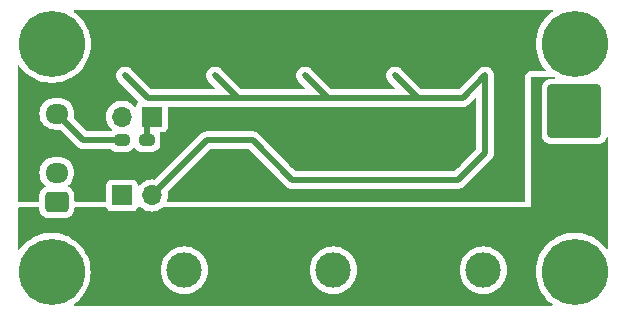
<source format=gbl>
G04 #@! TF.GenerationSoftware,KiCad,Pcbnew,7.0.9*
G04 #@! TF.CreationDate,2024-06-29T16:21:14+09:00*
G04 #@! TF.ProjectId,CAN_hab,43414e5f-6861-4622-9e6b-696361645f70,rev?*
G04 #@! TF.SameCoordinates,Original*
G04 #@! TF.FileFunction,Copper,L2,Bot*
G04 #@! TF.FilePolarity,Positive*
%FSLAX46Y46*%
G04 Gerber Fmt 4.6, Leading zero omitted, Abs format (unit mm)*
G04 Created by KiCad (PCBNEW 7.0.9) date 2024-06-29 16:21:14*
%MOMM*%
%LPD*%
G01*
G04 APERTURE LIST*
G04 Aperture macros list*
%AMRoundRect*
0 Rectangle with rounded corners*
0 $1 Rounding radius*
0 $2 $3 $4 $5 $6 $7 $8 $9 X,Y pos of 4 corners*
0 Add a 4 corners polygon primitive as box body*
4,1,4,$2,$3,$4,$5,$6,$7,$8,$9,$2,$3,0*
0 Add four circle primitives for the rounded corners*
1,1,$1+$1,$2,$3*
1,1,$1+$1,$4,$5*
1,1,$1+$1,$6,$7*
1,1,$1+$1,$8,$9*
0 Add four rect primitives between the rounded corners*
20,1,$1+$1,$2,$3,$4,$5,0*
20,1,$1+$1,$4,$5,$6,$7,0*
20,1,$1+$1,$6,$7,$8,$9,0*
20,1,$1+$1,$8,$9,$2,$3,0*%
G04 Aperture macros list end*
G04 #@! TA.AperFunction,ComponentPad*
%ADD10R,3.000000X3.000000*%
G04 #@! TD*
G04 #@! TA.AperFunction,ComponentPad*
%ADD11C,3.000000*%
G04 #@! TD*
G04 #@! TA.AperFunction,ComponentPad*
%ADD12C,1.000000*%
G04 #@! TD*
G04 #@! TA.AperFunction,ComponentPad*
%ADD13C,5.600000*%
G04 #@! TD*
G04 #@! TA.AperFunction,ComponentPad*
%ADD14R,1.700000X1.700000*%
G04 #@! TD*
G04 #@! TA.AperFunction,ComponentPad*
%ADD15O,1.700000X1.700000*%
G04 #@! TD*
G04 #@! TA.AperFunction,ComponentPad*
%ADD16RoundRect,0.250000X0.725000X-0.600000X0.725000X0.600000X-0.725000X0.600000X-0.725000X-0.600000X0*%
G04 #@! TD*
G04 #@! TA.AperFunction,ComponentPad*
%ADD17O,1.950000X1.700000*%
G04 #@! TD*
G04 #@! TA.AperFunction,SMDPad,CuDef*
%ADD18RoundRect,0.237500X-0.400000X-0.237500X0.400000X-0.237500X0.400000X0.237500X-0.400000X0.237500X0*%
G04 #@! TD*
G04 #@! TA.AperFunction,SMDPad,CuDef*
%ADD19RoundRect,0.225000X2.025000X-2.025000X2.025000X2.025000X-2.025000X2.025000X-2.025000X-2.025000X0*%
G04 #@! TD*
G04 #@! TA.AperFunction,ComponentPad*
%ADD20C,1.600000*%
G04 #@! TD*
G04 #@! TA.AperFunction,ViaPad*
%ADD21C,0.500000*%
G04 #@! TD*
G04 #@! TA.AperFunction,Conductor*
%ADD22C,0.500000*%
G04 #@! TD*
G04 APERTURE END LIST*
D10*
X164848000Y-109439000D03*
D11*
X169848000Y-109439000D03*
D10*
X152148000Y-109439000D03*
D11*
X157148000Y-109439000D03*
D12*
X131090000Y-109589000D03*
X131734370Y-108033370D03*
X131734370Y-111144630D03*
X133290000Y-107389000D03*
D13*
X133290000Y-109589000D03*
D12*
X133290000Y-111789000D03*
X134845630Y-108033370D03*
X134845630Y-111144630D03*
X135490000Y-109589000D03*
X175390000Y-90289000D03*
X176034370Y-88733370D03*
X176034370Y-91844630D03*
X177590000Y-88089000D03*
D13*
X177590000Y-90289000D03*
D12*
X177590000Y-92489000D03*
X179145630Y-88733370D03*
X179145630Y-91844630D03*
X179790000Y-90289000D03*
D10*
X139528000Y-109439000D03*
D11*
X144528000Y-109439000D03*
D14*
X139240000Y-103124000D03*
D15*
X141780000Y-103124000D03*
D16*
X133740000Y-103689000D03*
D17*
X133740000Y-101189000D03*
X133740000Y-98689000D03*
X133740000Y-96189000D03*
D12*
X175390000Y-109589000D03*
X176034370Y-108033370D03*
X176034370Y-111144630D03*
X177590000Y-107389000D03*
D13*
X177590000Y-109589000D03*
D12*
X177590000Y-111789000D03*
X179145630Y-108033370D03*
X179145630Y-111144630D03*
X179790000Y-109589000D03*
X131120000Y-90289000D03*
X131764370Y-88733370D03*
X131764370Y-91844630D03*
X133320000Y-88089000D03*
D13*
X133320000Y-90289000D03*
D12*
X133320000Y-92489000D03*
X134875630Y-88733370D03*
X134875630Y-91844630D03*
X135520000Y-90289000D03*
D14*
X141780000Y-96439000D03*
D15*
X139240000Y-96439000D03*
D18*
X139240000Y-98439000D03*
X141365000Y-98439000D03*
D19*
X177548000Y-96011000D03*
D20*
X177548000Y-96011000D03*
D19*
X177548000Y-102511000D03*
D20*
X177548000Y-102511000D03*
D21*
X153670000Y-101814000D03*
X170000000Y-92959000D03*
X147140000Y-92959000D03*
X160670000Y-101814000D03*
X148390000Y-98451000D03*
X139520000Y-92959000D03*
X162380000Y-92959000D03*
X154760000Y-92959000D03*
X167670000Y-101814000D03*
X167670000Y-100564000D03*
X160670000Y-100564000D03*
X153670000Y-100564000D03*
D22*
X148390000Y-98451000D02*
X150307000Y-98451000D01*
X150307000Y-98451000D02*
X153670000Y-101814000D01*
X146453000Y-98451000D02*
X148390000Y-98451000D01*
X141780000Y-103124000D02*
X146453000Y-98451000D01*
X164285000Y-94864000D02*
X156665000Y-94864000D01*
X139520000Y-92959000D02*
X141425000Y-94864000D01*
X170000000Y-92959000D02*
X168095000Y-94864000D01*
X170000000Y-99484000D02*
X170000000Y-92959000D01*
X167670000Y-101814000D02*
X170000000Y-99484000D01*
X147140000Y-92959000D02*
X149045000Y-94864000D01*
X139240000Y-98439000D02*
X135990000Y-98439000D01*
X156665000Y-94864000D02*
X149045000Y-94864000D01*
X168095000Y-94864000D02*
X164285000Y-94864000D01*
X135990000Y-98439000D02*
X133740000Y-96189000D01*
X162380000Y-92959000D02*
X164285000Y-94864000D01*
X154760000Y-92959000D02*
X156665000Y-94864000D01*
X167670000Y-101814000D02*
X160670000Y-101814000D01*
X160670000Y-101814000D02*
X153670000Y-101814000D01*
X149045000Y-94864000D02*
X141425000Y-94864000D01*
X141780000Y-96439000D02*
X141365000Y-96854000D01*
X141365000Y-96854000D02*
X141365000Y-98439000D01*
G04 #@! TA.AperFunction,Conductor*
G36*
X175712593Y-87456813D02*
G01*
X175737903Y-87500650D01*
X175729113Y-87550500D01*
X175709811Y-87572409D01*
X175651320Y-87616873D01*
X175450170Y-87769782D01*
X175190333Y-88015913D01*
X174958636Y-88288687D01*
X174757789Y-88584913D01*
X174590151Y-88901110D01*
X174590144Y-88901127D01*
X174457681Y-89233581D01*
X174457675Y-89233601D01*
X174361927Y-89578454D01*
X174304027Y-89931634D01*
X174304026Y-89931638D01*
X174284652Y-90288990D01*
X174284652Y-90289009D01*
X174304026Y-90646361D01*
X174304027Y-90646365D01*
X174361927Y-90999545D01*
X174361929Y-90999552D01*
X174457676Y-91344403D01*
X174457678Y-91344408D01*
X174457681Y-91344418D01*
X174590144Y-91676872D01*
X174590151Y-91676889D01*
X174757789Y-91993086D01*
X174855643Y-92137409D01*
X174958635Y-92289311D01*
X175106672Y-92463594D01*
X175124271Y-92511054D01*
X175107245Y-92558724D01*
X175063560Y-92584297D01*
X175050272Y-92585500D01*
X173925972Y-92585500D01*
X173903938Y-92586462D01*
X173880108Y-92588546D01*
X173880103Y-92588546D01*
X173880102Y-92588547D01*
X173804968Y-92600875D01*
X173804966Y-92600875D01*
X173804964Y-92600876D01*
X173804963Y-92600876D01*
X173671396Y-92654350D01*
X173670132Y-92655080D01*
X173627558Y-92679661D01*
X173627549Y-92679666D01*
X173627542Y-92679671D01*
X173627541Y-92679671D01*
X173574185Y-92715169D01*
X173574178Y-92715175D01*
X173473251Y-92817715D01*
X173473247Y-92817720D01*
X173405305Y-92944525D01*
X173405302Y-92944532D01*
X173387987Y-92992105D01*
X173377976Y-93022583D01*
X173357500Y-93164995D01*
X173357500Y-103560500D01*
X173340187Y-103608066D01*
X173296350Y-103633376D01*
X173283500Y-103634500D01*
X143137791Y-103634500D01*
X143090225Y-103617187D01*
X143064915Y-103573350D01*
X143066313Y-103541347D01*
X143115062Y-103359412D01*
X143115063Y-103359405D01*
X143135659Y-103124004D01*
X143135659Y-103123995D01*
X143121645Y-102963831D01*
X143115063Y-102888592D01*
X143115062Y-102888590D01*
X143114990Y-102887760D01*
X143128091Y-102838866D01*
X143136376Y-102828990D01*
X146742194Y-99223174D01*
X146788070Y-99201782D01*
X146794520Y-99201500D01*
X148302279Y-99201500D01*
X148345770Y-99201500D01*
X148349916Y-99201733D01*
X148362165Y-99203112D01*
X148390000Y-99206249D01*
X148417834Y-99203112D01*
X148430084Y-99201733D01*
X148434230Y-99201500D01*
X149965480Y-99201500D01*
X150013046Y-99218813D01*
X150017806Y-99223174D01*
X153079523Y-102284890D01*
X153096844Y-102302211D01*
X153103874Y-102310346D01*
X153120390Y-102332530D01*
X153161254Y-102366819D01*
X153163623Y-102368990D01*
X153199110Y-102404477D01*
X153224915Y-102420691D01*
X153229017Y-102423680D01*
X153243265Y-102435635D01*
X153254786Y-102445302D01*
X153257906Y-102446869D01*
X153270590Y-102454950D01*
X153273323Y-102457111D01*
X153308273Y-102473408D01*
X153312322Y-102475612D01*
X153342310Y-102494456D01*
X153342313Y-102494457D01*
X153374186Y-102505610D01*
X153378575Y-102507471D01*
X153389811Y-102513114D01*
X153411567Y-102524040D01*
X153414956Y-102524843D01*
X153429166Y-102529782D01*
X153432327Y-102531256D01*
X153466883Y-102538390D01*
X153471614Y-102539700D01*
X153501941Y-102550313D01*
X153538764Y-102554461D01*
X153543155Y-102555227D01*
X153582279Y-102564500D01*
X153585770Y-102564500D01*
X153600733Y-102566028D01*
X153604144Y-102566733D01*
X153636119Y-102565802D01*
X153641340Y-102566020D01*
X153652840Y-102567315D01*
X153670000Y-102569249D01*
X153700593Y-102565802D01*
X153710084Y-102564733D01*
X153714230Y-102564500D01*
X160582279Y-102564500D01*
X160625770Y-102564500D01*
X160629916Y-102564733D01*
X160639407Y-102565802D01*
X160670000Y-102569249D01*
X160700593Y-102565802D01*
X160710084Y-102564733D01*
X160714230Y-102564500D01*
X167609937Y-102564500D01*
X167620660Y-102565280D01*
X167648023Y-102569289D01*
X167653220Y-102568834D01*
X167667949Y-102569017D01*
X167670000Y-102569249D01*
X167709504Y-102564797D01*
X167711495Y-102564628D01*
X167713692Y-102564500D01*
X167713709Y-102564500D01*
X167746275Y-102560693D01*
X167822792Y-102554000D01*
X167822794Y-102553999D01*
X167822797Y-102553999D01*
X167823837Y-102553654D01*
X167824454Y-102553450D01*
X167834023Y-102551349D01*
X167833999Y-102551240D01*
X167839225Y-102550047D01*
X167843171Y-102549367D01*
X167844255Y-102549241D01*
X167916423Y-102522974D01*
X167970461Y-102505067D01*
X167989326Y-102498817D01*
X167989327Y-102498816D01*
X167989334Y-102498814D01*
X167990172Y-102498296D01*
X167993539Y-102496454D01*
X167997685Y-102494457D01*
X167997690Y-102494456D01*
X167997694Y-102494453D01*
X168001446Y-102492647D01*
X168001580Y-102492925D01*
X168009114Y-102489238D01*
X168009113Y-102489238D01*
X168009117Y-102489237D01*
X168073283Y-102447034D01*
X168138656Y-102406712D01*
X168141123Y-102404243D01*
X168152787Y-102394743D01*
X168155696Y-102392830D01*
X168208386Y-102336981D01*
X170488217Y-100057148D01*
X170496337Y-100050131D01*
X170518530Y-100033610D01*
X170552815Y-99992750D01*
X170554988Y-99990377D01*
X170561591Y-99983776D01*
X170581930Y-99958052D01*
X170631302Y-99899214D01*
X170632871Y-99896089D01*
X170640949Y-99883409D01*
X170643111Y-99880677D01*
X170675572Y-99811063D01*
X170710040Y-99742433D01*
X170710841Y-99739048D01*
X170715788Y-99724821D01*
X170717258Y-99721669D01*
X170717258Y-99721667D01*
X170732790Y-99646441D01*
X170750500Y-99571720D01*
X170750500Y-99568234D01*
X170752029Y-99553267D01*
X170752734Y-99549855D01*
X170750500Y-99473082D01*
X170750500Y-93043235D01*
X170752029Y-93028268D01*
X170752734Y-93024856D01*
X170751803Y-92992873D01*
X170752021Y-92987651D01*
X170753041Y-92978591D01*
X170755249Y-92959000D01*
X170750797Y-92919489D01*
X170750629Y-92917519D01*
X170750500Y-92915316D01*
X170750500Y-92915291D01*
X170749415Y-92906020D01*
X170749182Y-92902811D01*
X170749083Y-92899395D01*
X170747631Y-92849487D01*
X170740918Y-92824436D01*
X170738862Y-92813569D01*
X170737579Y-92802180D01*
X170736313Y-92790941D01*
X170736308Y-92790927D01*
X170736048Y-92789786D01*
X170735368Y-92785840D01*
X170735241Y-92784745D01*
X170716993Y-92734609D01*
X170716032Y-92731562D01*
X170702223Y-92680024D01*
X170691548Y-92660227D01*
X170686838Y-92649550D01*
X170680457Y-92631313D01*
X170678653Y-92627567D01*
X170678931Y-92627433D01*
X170675241Y-92619894D01*
X170675237Y-92619883D01*
X170645924Y-92575316D01*
X170644278Y-92572558D01*
X170618959Y-92525600D01*
X170618956Y-92525597D01*
X170618956Y-92525596D01*
X170613800Y-92519803D01*
X170606296Y-92511371D01*
X170598927Y-92501558D01*
X170590477Y-92488110D01*
X170590242Y-92487875D01*
X170580744Y-92476214D01*
X170578829Y-92473302D01*
X170540036Y-92436703D01*
X170537786Y-92434387D01*
X170502330Y-92394545D01*
X170502328Y-92394543D01*
X170502326Y-92394541D01*
X170495350Y-92389656D01*
X170489555Y-92385598D01*
X170479677Y-92377310D01*
X170470890Y-92368523D01*
X170467678Y-92366505D01*
X170456272Y-92357676D01*
X170451221Y-92352910D01*
X170451218Y-92352908D01*
X170437736Y-92345124D01*
X170405024Y-92326237D01*
X170402301Y-92324503D01*
X170358610Y-92293910D01*
X170347333Y-92289430D01*
X170335289Y-92283318D01*
X170327694Y-92278545D01*
X170327685Y-92278541D01*
X170320845Y-92276148D01*
X170308292Y-92270390D01*
X170299282Y-92265188D01*
X170299278Y-92265187D01*
X170248186Y-92249890D01*
X170245137Y-92248830D01*
X170195565Y-92229137D01*
X170195567Y-92229137D01*
X170186978Y-92227879D01*
X170173274Y-92224511D01*
X170168058Y-92222686D01*
X170157426Y-92221488D01*
X170144495Y-92218846D01*
X170131216Y-92214871D01*
X170131212Y-92214870D01*
X170077955Y-92211767D01*
X170074745Y-92211439D01*
X170025083Y-92204166D01*
X170021977Y-92203711D01*
X170021976Y-92203711D01*
X170016766Y-92204166D01*
X170002057Y-92203982D01*
X170000004Y-92203751D01*
X169999996Y-92203751D01*
X169985932Y-92205335D01*
X169973351Y-92205675D01*
X169956067Y-92204669D01*
X169956061Y-92204669D01*
X169903532Y-92213930D01*
X169900332Y-92214352D01*
X169847209Y-92218999D01*
X169847198Y-92219002D01*
X169845530Y-92219555D01*
X169835967Y-92221654D01*
X169835992Y-92221762D01*
X169831942Y-92222686D01*
X169815317Y-92228503D01*
X169803733Y-92231529D01*
X169783291Y-92235134D01*
X169734321Y-92256257D01*
X169731304Y-92257405D01*
X169680669Y-92274184D01*
X169680659Y-92274188D01*
X169679825Y-92274703D01*
X169676465Y-92276542D01*
X169672312Y-92278542D01*
X169654479Y-92289746D01*
X169644428Y-92295031D01*
X169622196Y-92304622D01*
X169622190Y-92304625D01*
X169579418Y-92336469D01*
X169576747Y-92338282D01*
X169531342Y-92366290D01*
X169511783Y-92385847D01*
X169503653Y-92392873D01*
X169481471Y-92409387D01*
X169447184Y-92450247D01*
X169445003Y-92452627D01*
X167805806Y-94091826D01*
X167759930Y-94113218D01*
X167753480Y-94113500D01*
X164626519Y-94113500D01*
X164578953Y-94096187D01*
X164574193Y-94091826D01*
X162878329Y-92395961D01*
X162859677Y-92377310D01*
X162850890Y-92368523D01*
X162815333Y-92346181D01*
X162812080Y-92343882D01*
X162776679Y-92315890D01*
X162763182Y-92309596D01*
X162741718Y-92299586D01*
X162737674Y-92297384D01*
X162707689Y-92278543D01*
X162675983Y-92267449D01*
X162664971Y-92263595D01*
X162661559Y-92262207D01*
X162632871Y-92248830D01*
X162617673Y-92241743D01*
X162617671Y-92241742D01*
X162617670Y-92241742D01*
X162617667Y-92241741D01*
X162593986Y-92236852D01*
X162583111Y-92234606D01*
X162578372Y-92233294D01*
X162548066Y-92222689D01*
X162548060Y-92222687D01*
X162548059Y-92222687D01*
X162548058Y-92222686D01*
X162548051Y-92222685D01*
X162499822Y-92217251D01*
X162496482Y-92216719D01*
X162445862Y-92206266D01*
X162445853Y-92206266D01*
X162413873Y-92207195D01*
X162408652Y-92206978D01*
X162380002Y-92203751D01*
X162380000Y-92203751D01*
X162328507Y-92209552D01*
X162325440Y-92209769D01*
X162270486Y-92211369D01*
X162270485Y-92211369D01*
X162245436Y-92218081D01*
X162234573Y-92220136D01*
X162211948Y-92222686D01*
X162211944Y-92222686D01*
X162211941Y-92222687D01*
X162211939Y-92222687D01*
X162211937Y-92222688D01*
X162159924Y-92240888D01*
X162157279Y-92241703D01*
X162101020Y-92256778D01*
X162081229Y-92267449D01*
X162070555Y-92272159D01*
X162052312Y-92278543D01*
X162052305Y-92278546D01*
X162002889Y-92309596D01*
X162000764Y-92310835D01*
X161946601Y-92340039D01*
X161932369Y-92352704D01*
X161922554Y-92360074D01*
X161909115Y-92368519D01*
X161909109Y-92368523D01*
X161865531Y-92412101D01*
X161863967Y-92413577D01*
X161815540Y-92456674D01*
X161806596Y-92469447D01*
X161798310Y-92479322D01*
X161789527Y-92488105D01*
X161789523Y-92488110D01*
X161754977Y-92543085D01*
X161753958Y-92544620D01*
X161714912Y-92600387D01*
X161710431Y-92611666D01*
X161704322Y-92623705D01*
X161699544Y-92631309D01*
X161699542Y-92631313D01*
X161676764Y-92696410D01*
X161650138Y-92763432D01*
X161648881Y-92772015D01*
X161645511Y-92785725D01*
X161643688Y-92790934D01*
X161643687Y-92790940D01*
X161643687Y-92790941D01*
X161640516Y-92819081D01*
X161635614Y-92862583D01*
X161624711Y-92937021D01*
X161624711Y-92937034D01*
X161625165Y-92942231D01*
X161624982Y-92956939D01*
X161624751Y-92958993D01*
X161624751Y-92958999D01*
X161633171Y-93033736D01*
X161640000Y-93111793D01*
X161640001Y-93111802D01*
X161640555Y-93113472D01*
X161642655Y-93123034D01*
X161642762Y-93123010D01*
X161643686Y-93127057D01*
X161643687Y-93127059D01*
X161669561Y-93201003D01*
X161695186Y-93278334D01*
X161695699Y-93279165D01*
X161697547Y-93282541D01*
X161699546Y-93286694D01*
X161742871Y-93355644D01*
X161787288Y-93427656D01*
X161787291Y-93427659D01*
X162346806Y-93987174D01*
X162368198Y-94033050D01*
X162355097Y-94081945D01*
X162313633Y-94110979D01*
X162294480Y-94113500D01*
X157006519Y-94113500D01*
X156958953Y-94096187D01*
X156954193Y-94091826D01*
X155258329Y-92395961D01*
X155239677Y-92377310D01*
X155230890Y-92368523D01*
X155195333Y-92346181D01*
X155192080Y-92343882D01*
X155156679Y-92315890D01*
X155143182Y-92309596D01*
X155121718Y-92299586D01*
X155117674Y-92297384D01*
X155087689Y-92278543D01*
X155055983Y-92267449D01*
X155044971Y-92263595D01*
X155041559Y-92262207D01*
X155012871Y-92248830D01*
X154997673Y-92241743D01*
X154997671Y-92241742D01*
X154997670Y-92241742D01*
X154997667Y-92241741D01*
X154973986Y-92236852D01*
X154963111Y-92234606D01*
X154958372Y-92233294D01*
X154928066Y-92222689D01*
X154928060Y-92222687D01*
X154928059Y-92222687D01*
X154928058Y-92222686D01*
X154928051Y-92222685D01*
X154879822Y-92217251D01*
X154876482Y-92216719D01*
X154825862Y-92206266D01*
X154825853Y-92206266D01*
X154793873Y-92207195D01*
X154788652Y-92206978D01*
X154760002Y-92203751D01*
X154760000Y-92203751D01*
X154708507Y-92209552D01*
X154705440Y-92209769D01*
X154650486Y-92211369D01*
X154650485Y-92211369D01*
X154625436Y-92218081D01*
X154614573Y-92220136D01*
X154591948Y-92222686D01*
X154591944Y-92222686D01*
X154591941Y-92222687D01*
X154591939Y-92222687D01*
X154591937Y-92222688D01*
X154539924Y-92240888D01*
X154537279Y-92241703D01*
X154481020Y-92256778D01*
X154461229Y-92267449D01*
X154450555Y-92272159D01*
X154432312Y-92278543D01*
X154432305Y-92278546D01*
X154382889Y-92309596D01*
X154380764Y-92310835D01*
X154326601Y-92340039D01*
X154312369Y-92352704D01*
X154302554Y-92360074D01*
X154289115Y-92368519D01*
X154289109Y-92368523D01*
X154245531Y-92412101D01*
X154243967Y-92413577D01*
X154195540Y-92456674D01*
X154186596Y-92469447D01*
X154178310Y-92479322D01*
X154169527Y-92488105D01*
X154169523Y-92488110D01*
X154134977Y-92543085D01*
X154133958Y-92544620D01*
X154094912Y-92600387D01*
X154090431Y-92611666D01*
X154084322Y-92623705D01*
X154079544Y-92631309D01*
X154079542Y-92631313D01*
X154056764Y-92696410D01*
X154030138Y-92763432D01*
X154028881Y-92772015D01*
X154025511Y-92785725D01*
X154023688Y-92790934D01*
X154023687Y-92790940D01*
X154023687Y-92790941D01*
X154020516Y-92819081D01*
X154015614Y-92862583D01*
X154004711Y-92937021D01*
X154004711Y-92937034D01*
X154005165Y-92942231D01*
X154004982Y-92956939D01*
X154004751Y-92958993D01*
X154004751Y-92958999D01*
X154013171Y-93033736D01*
X154020000Y-93111793D01*
X154020001Y-93111802D01*
X154020555Y-93113472D01*
X154022655Y-93123034D01*
X154022762Y-93123010D01*
X154023686Y-93127057D01*
X154023687Y-93127059D01*
X154049561Y-93201003D01*
X154075186Y-93278334D01*
X154075699Y-93279165D01*
X154077547Y-93282541D01*
X154079546Y-93286694D01*
X154122871Y-93355644D01*
X154167288Y-93427656D01*
X154167291Y-93427659D01*
X154726806Y-93987174D01*
X154748198Y-94033050D01*
X154735097Y-94081945D01*
X154693633Y-94110979D01*
X154674480Y-94113500D01*
X149386519Y-94113500D01*
X149338953Y-94096187D01*
X149334193Y-94091826D01*
X147638329Y-92395961D01*
X147619677Y-92377310D01*
X147610890Y-92368523D01*
X147575333Y-92346181D01*
X147572080Y-92343882D01*
X147536679Y-92315890D01*
X147523182Y-92309596D01*
X147501718Y-92299586D01*
X147497674Y-92297384D01*
X147467689Y-92278543D01*
X147435983Y-92267449D01*
X147424971Y-92263595D01*
X147421559Y-92262207D01*
X147392871Y-92248830D01*
X147377673Y-92241743D01*
X147377671Y-92241742D01*
X147377670Y-92241742D01*
X147377667Y-92241741D01*
X147353986Y-92236852D01*
X147343111Y-92234606D01*
X147338372Y-92233294D01*
X147308066Y-92222689D01*
X147308060Y-92222687D01*
X147308059Y-92222687D01*
X147308058Y-92222686D01*
X147308051Y-92222685D01*
X147259822Y-92217251D01*
X147256482Y-92216719D01*
X147205862Y-92206266D01*
X147205853Y-92206266D01*
X147173873Y-92207195D01*
X147168652Y-92206978D01*
X147140002Y-92203751D01*
X147140000Y-92203751D01*
X147088507Y-92209552D01*
X147085440Y-92209769D01*
X147030486Y-92211369D01*
X147030485Y-92211369D01*
X147005436Y-92218081D01*
X146994573Y-92220136D01*
X146971948Y-92222686D01*
X146971944Y-92222686D01*
X146971941Y-92222687D01*
X146971939Y-92222687D01*
X146971937Y-92222688D01*
X146919924Y-92240888D01*
X146917279Y-92241703D01*
X146861020Y-92256778D01*
X146841229Y-92267449D01*
X146830555Y-92272159D01*
X146812312Y-92278543D01*
X146812305Y-92278546D01*
X146762889Y-92309596D01*
X146760764Y-92310835D01*
X146706601Y-92340039D01*
X146692369Y-92352704D01*
X146682554Y-92360074D01*
X146669115Y-92368519D01*
X146669109Y-92368523D01*
X146625531Y-92412101D01*
X146623967Y-92413577D01*
X146575540Y-92456674D01*
X146566596Y-92469447D01*
X146558310Y-92479322D01*
X146549527Y-92488105D01*
X146549523Y-92488110D01*
X146514977Y-92543085D01*
X146513958Y-92544620D01*
X146474912Y-92600387D01*
X146470431Y-92611666D01*
X146464322Y-92623705D01*
X146459544Y-92631309D01*
X146459542Y-92631313D01*
X146436764Y-92696410D01*
X146410138Y-92763432D01*
X146408881Y-92772015D01*
X146405511Y-92785725D01*
X146403688Y-92790934D01*
X146403687Y-92790940D01*
X146403687Y-92790941D01*
X146400516Y-92819081D01*
X146395614Y-92862583D01*
X146384711Y-92937021D01*
X146384711Y-92937034D01*
X146385165Y-92942231D01*
X146384982Y-92956939D01*
X146384751Y-92958993D01*
X146384751Y-92958999D01*
X146393171Y-93033736D01*
X146400000Y-93111793D01*
X146400001Y-93111802D01*
X146400555Y-93113472D01*
X146402655Y-93123034D01*
X146402762Y-93123010D01*
X146403686Y-93127057D01*
X146403687Y-93127059D01*
X146429561Y-93201003D01*
X146455186Y-93278334D01*
X146455699Y-93279165D01*
X146457547Y-93282541D01*
X146459546Y-93286694D01*
X146502871Y-93355644D01*
X146547288Y-93427656D01*
X146547291Y-93427659D01*
X147106806Y-93987174D01*
X147128198Y-94033050D01*
X147115097Y-94081945D01*
X147073633Y-94110979D01*
X147054480Y-94113500D01*
X141766519Y-94113500D01*
X141718953Y-94096187D01*
X141714193Y-94091826D01*
X140018329Y-92395961D01*
X139999677Y-92377310D01*
X139990890Y-92368523D01*
X139955333Y-92346181D01*
X139952080Y-92343882D01*
X139916679Y-92315890D01*
X139903182Y-92309596D01*
X139881718Y-92299586D01*
X139877674Y-92297384D01*
X139847689Y-92278543D01*
X139815983Y-92267449D01*
X139804971Y-92263595D01*
X139801559Y-92262207D01*
X139772871Y-92248830D01*
X139757673Y-92241743D01*
X139757671Y-92241742D01*
X139757670Y-92241742D01*
X139757667Y-92241741D01*
X139733986Y-92236852D01*
X139723111Y-92234606D01*
X139718372Y-92233294D01*
X139688066Y-92222689D01*
X139688060Y-92222687D01*
X139688059Y-92222687D01*
X139688058Y-92222686D01*
X139688051Y-92222685D01*
X139639822Y-92217251D01*
X139636482Y-92216719D01*
X139585862Y-92206266D01*
X139585853Y-92206266D01*
X139553873Y-92207195D01*
X139548652Y-92206978D01*
X139520002Y-92203751D01*
X139520000Y-92203751D01*
X139468507Y-92209552D01*
X139465440Y-92209769D01*
X139410486Y-92211369D01*
X139410485Y-92211369D01*
X139385436Y-92218081D01*
X139374573Y-92220136D01*
X139351948Y-92222686D01*
X139351944Y-92222686D01*
X139351941Y-92222687D01*
X139351939Y-92222687D01*
X139351937Y-92222688D01*
X139299924Y-92240888D01*
X139297279Y-92241703D01*
X139241020Y-92256778D01*
X139221229Y-92267449D01*
X139210555Y-92272159D01*
X139192312Y-92278543D01*
X139192305Y-92278546D01*
X139142889Y-92309596D01*
X139140764Y-92310835D01*
X139086601Y-92340039D01*
X139072369Y-92352704D01*
X139062554Y-92360074D01*
X139049115Y-92368519D01*
X139049109Y-92368523D01*
X139005531Y-92412101D01*
X139003967Y-92413577D01*
X138955540Y-92456674D01*
X138946596Y-92469447D01*
X138938310Y-92479322D01*
X138929527Y-92488105D01*
X138929523Y-92488110D01*
X138894977Y-92543085D01*
X138893958Y-92544620D01*
X138854912Y-92600387D01*
X138850431Y-92611666D01*
X138844322Y-92623705D01*
X138839544Y-92631309D01*
X138839542Y-92631313D01*
X138816764Y-92696410D01*
X138790138Y-92763432D01*
X138788881Y-92772015D01*
X138785511Y-92785725D01*
X138783688Y-92790934D01*
X138783687Y-92790940D01*
X138783687Y-92790941D01*
X138780516Y-92819081D01*
X138775614Y-92862583D01*
X138764711Y-92937021D01*
X138764711Y-92937034D01*
X138765165Y-92942231D01*
X138764982Y-92956939D01*
X138764751Y-92958993D01*
X138764751Y-92958999D01*
X138773171Y-93033736D01*
X138780000Y-93111793D01*
X138780001Y-93111802D01*
X138780555Y-93113472D01*
X138782655Y-93123034D01*
X138782762Y-93123010D01*
X138783686Y-93127057D01*
X138783687Y-93127059D01*
X138809561Y-93201003D01*
X138835186Y-93278334D01*
X138835699Y-93279165D01*
X138837547Y-93282541D01*
X138839546Y-93286694D01*
X138882871Y-93355644D01*
X138927288Y-93427656D01*
X138927291Y-93427659D01*
X140602786Y-95103154D01*
X140624178Y-95149030D01*
X140611077Y-95197925D01*
X140594808Y-95214719D01*
X140572454Y-95231453D01*
X140486203Y-95346669D01*
X140486202Y-95346670D01*
X140435910Y-95481512D01*
X140435909Y-95481517D01*
X140429500Y-95541126D01*
X140429500Y-95548558D01*
X140412187Y-95596124D01*
X140368350Y-95621434D01*
X140318500Y-95612644D01*
X140294883Y-95591004D01*
X140278495Y-95567599D01*
X140111401Y-95400505D01*
X140111398Y-95400503D01*
X140111399Y-95400503D01*
X139993003Y-95317602D01*
X139917830Y-95264965D01*
X139703663Y-95165097D01*
X139475408Y-95103937D01*
X139475406Y-95103936D01*
X139475403Y-95103936D01*
X139240004Y-95083341D01*
X139239996Y-95083341D01*
X139004596Y-95103936D01*
X139004592Y-95103936D01*
X139004592Y-95103937D01*
X138776337Y-95165097D01*
X138776336Y-95165097D01*
X138776334Y-95165098D01*
X138776333Y-95165099D01*
X138562167Y-95264967D01*
X138368602Y-95400502D01*
X138368599Y-95400504D01*
X138201504Y-95567599D01*
X138201502Y-95567602D01*
X138065967Y-95761167D01*
X137966099Y-95975333D01*
X137966098Y-95975334D01*
X137904936Y-96203596D01*
X137884341Y-96438995D01*
X137884341Y-96439004D01*
X137904936Y-96674403D01*
X137904936Y-96674406D01*
X137904937Y-96674408D01*
X137966097Y-96902663D01*
X138065965Y-97116830D01*
X138201505Y-97310401D01*
X138368599Y-97477495D01*
X138388562Y-97491473D01*
X138417596Y-97532937D01*
X138413184Y-97583364D01*
X138384966Y-97615072D01*
X138379151Y-97618658D01*
X138330984Y-97666826D01*
X138285108Y-97688218D01*
X138278658Y-97688500D01*
X136331519Y-97688500D01*
X136283953Y-97671187D01*
X136279193Y-97666826D01*
X135195766Y-96583399D01*
X135174374Y-96537523D01*
X135176614Y-96511920D01*
X135200062Y-96424411D01*
X135200063Y-96424408D01*
X135219382Y-96203596D01*
X135220659Y-96189004D01*
X135220659Y-96188995D01*
X135200063Y-95953596D01*
X135200063Y-95953592D01*
X135138903Y-95725337D01*
X135039035Y-95511171D01*
X134903495Y-95317599D01*
X134736401Y-95150505D01*
X134734294Y-95149030D01*
X134542832Y-95014967D01*
X134542831Y-95014966D01*
X134542829Y-95014965D01*
X134328663Y-94915097D01*
X134100408Y-94853937D01*
X134100406Y-94853936D01*
X134100403Y-94853936D01*
X133965824Y-94842162D01*
X133923966Y-94838500D01*
X133556034Y-94838500D01*
X133518614Y-94841773D01*
X133379596Y-94853936D01*
X133379592Y-94853936D01*
X133379592Y-94853937D01*
X133151337Y-94915097D01*
X133151336Y-94915097D01*
X133151334Y-94915098D01*
X133151333Y-94915098D01*
X133077520Y-94949519D01*
X132937167Y-95014967D01*
X132743602Y-95150502D01*
X132743599Y-95150504D01*
X132576503Y-95317601D01*
X132488821Y-95442824D01*
X132440965Y-95511170D01*
X132341097Y-95725337D01*
X132322609Y-95794335D01*
X132279936Y-95953596D01*
X132259341Y-96188995D01*
X132259341Y-96189004D01*
X132279936Y-96424403D01*
X132279937Y-96424405D01*
X132279937Y-96424408D01*
X132341097Y-96652663D01*
X132440965Y-96866829D01*
X132440966Y-96866831D01*
X132440967Y-96866832D01*
X132466057Y-96902665D01*
X132576505Y-97060401D01*
X132743599Y-97227495D01*
X132937171Y-97363035D01*
X133151337Y-97462903D01*
X133379592Y-97524063D01*
X133556034Y-97539500D01*
X133556036Y-97539500D01*
X133923964Y-97539500D01*
X133923966Y-97539500D01*
X133986295Y-97534046D01*
X134035187Y-97547146D01*
X134045070Y-97555438D01*
X135416844Y-98927211D01*
X135423874Y-98935346D01*
X135440387Y-98957526D01*
X135440391Y-98957531D01*
X135481242Y-98991809D01*
X135483621Y-98993989D01*
X135486921Y-98997288D01*
X135490224Y-99000591D01*
X135490228Y-99000594D01*
X135490229Y-99000595D01*
X135515947Y-99020930D01*
X135574783Y-99070300D01*
X135574784Y-99070300D01*
X135574786Y-99070302D01*
X135577906Y-99071869D01*
X135590589Y-99079949D01*
X135593323Y-99082111D01*
X135662936Y-99114572D01*
X135731567Y-99149040D01*
X135734945Y-99149840D01*
X135749165Y-99154782D01*
X135752328Y-99156257D01*
X135827558Y-99171790D01*
X135902279Y-99189500D01*
X135905766Y-99189500D01*
X135920728Y-99191028D01*
X135924145Y-99191734D01*
X136000918Y-99189500D01*
X138278658Y-99189500D01*
X138326224Y-99206813D01*
X138330984Y-99211174D01*
X138379150Y-99259340D01*
X138525984Y-99349908D01*
X138689747Y-99404174D01*
X138790823Y-99414500D01*
X139689176Y-99414499D01*
X139790253Y-99404174D01*
X139954016Y-99349908D01*
X140100850Y-99259340D01*
X140222840Y-99137350D01*
X140239518Y-99110309D01*
X140279223Y-99078915D01*
X140329821Y-99080387D01*
X140365481Y-99110309D01*
X140382160Y-99137350D01*
X140504150Y-99259340D01*
X140650984Y-99349908D01*
X140814747Y-99404174D01*
X140915823Y-99414500D01*
X141814176Y-99414499D01*
X141915253Y-99404174D01*
X142079016Y-99349908D01*
X142225850Y-99259340D01*
X142347840Y-99137350D01*
X142438408Y-98990516D01*
X142492674Y-98826753D01*
X142503000Y-98725677D01*
X142502999Y-98152324D01*
X142492674Y-98051247D01*
X142438408Y-97887484D01*
X142438407Y-97887482D01*
X142438173Y-97886776D01*
X142439645Y-97836178D01*
X142473296Y-97798364D01*
X142508417Y-97789499D01*
X142677872Y-97789499D01*
X142737483Y-97783091D01*
X142847587Y-97742025D01*
X142872329Y-97732797D01*
X142872329Y-97732796D01*
X142872331Y-97732796D01*
X142987546Y-97646546D01*
X143073796Y-97531331D01*
X143124091Y-97396483D01*
X143130500Y-97336873D01*
X143130499Y-95688499D01*
X143147812Y-95640934D01*
X143191649Y-95615624D01*
X143204499Y-95614500D01*
X148957279Y-95614500D01*
X148960765Y-95614500D01*
X148975727Y-95616028D01*
X148979144Y-95616734D01*
X149055917Y-95614500D01*
X156577279Y-95614500D01*
X156580765Y-95614500D01*
X156595727Y-95616028D01*
X156599144Y-95616734D01*
X156675917Y-95614500D01*
X164197279Y-95614500D01*
X164200765Y-95614500D01*
X164215727Y-95616028D01*
X164219144Y-95616734D01*
X164295917Y-95614500D01*
X168034936Y-95614500D01*
X168045660Y-95615281D01*
X168048002Y-95615624D01*
X168073023Y-95619289D01*
X168126155Y-95614640D01*
X168129375Y-95614500D01*
X168138717Y-95614500D01*
X168138716Y-95614499D01*
X168171275Y-95610693D01*
X168247790Y-95604000D01*
X168247794Y-95603999D01*
X168247797Y-95603999D01*
X168251106Y-95602902D01*
X168265784Y-95599646D01*
X168269255Y-95599241D01*
X168341423Y-95572974D01*
X168414334Y-95548814D01*
X168417303Y-95546982D01*
X168430833Y-95540432D01*
X168434117Y-95539237D01*
X168498283Y-95497034D01*
X168563656Y-95456712D01*
X168566123Y-95454243D01*
X168577787Y-95444743D01*
X168580696Y-95442830D01*
X168633385Y-95386982D01*
X169123175Y-94897192D01*
X169169050Y-94875801D01*
X169217945Y-94888902D01*
X169246979Y-94930366D01*
X169249500Y-94949519D01*
X169249500Y-99142480D01*
X169232187Y-99190046D01*
X169227826Y-99194806D01*
X167380806Y-101041826D01*
X167334930Y-101063218D01*
X167328480Y-101063500D01*
X160714230Y-101063500D01*
X160710084Y-101063267D01*
X160670000Y-101058751D01*
X160629916Y-101063267D01*
X160625770Y-101063500D01*
X154011520Y-101063500D01*
X153963954Y-101046187D01*
X153959194Y-101041826D01*
X150880151Y-97962783D01*
X150873120Y-97954647D01*
X150856610Y-97932470D01*
X150815763Y-97898195D01*
X150813384Y-97896015D01*
X150810081Y-97892713D01*
X150806777Y-97889409D01*
X150804342Y-97887484D01*
X150781040Y-97869059D01*
X150722216Y-97819699D01*
X150722213Y-97819697D01*
X150719094Y-97818131D01*
X150706416Y-97810054D01*
X150703679Y-97807890D01*
X150703673Y-97807887D01*
X150664240Y-97789499D01*
X150634057Y-97775424D01*
X150565433Y-97740960D01*
X150565426Y-97740957D01*
X150562033Y-97740153D01*
X150547841Y-97735220D01*
X150544671Y-97733742D01*
X150469434Y-97718207D01*
X150394721Y-97700500D01*
X150394718Y-97700500D01*
X150391235Y-97700500D01*
X150376272Y-97698971D01*
X150372856Y-97698266D01*
X150372855Y-97698266D01*
X150296083Y-97700500D01*
X148434230Y-97700500D01*
X148430084Y-97700267D01*
X148390000Y-97695751D01*
X148349916Y-97700267D01*
X148345770Y-97700500D01*
X146513064Y-97700500D01*
X146502340Y-97699719D01*
X146474978Y-97695711D01*
X146474969Y-97695711D01*
X146437713Y-97698971D01*
X146421844Y-97700359D01*
X146418625Y-97700500D01*
X146409291Y-97700500D01*
X146376724Y-97704306D01*
X146300208Y-97710999D01*
X146300196Y-97711002D01*
X146296873Y-97712103D01*
X146282221Y-97715351D01*
X146278750Y-97715757D01*
X146206576Y-97742025D01*
X146133668Y-97766185D01*
X146133662Y-97766188D01*
X146130691Y-97768020D01*
X146117177Y-97774563D01*
X146113884Y-97775762D01*
X146049716Y-97817964D01*
X145984342Y-97858288D01*
X145984342Y-97858289D01*
X145981869Y-97860762D01*
X145970218Y-97870253D01*
X145967306Y-97872168D01*
X145914614Y-97928017D01*
X142075013Y-101767617D01*
X142029137Y-101789009D01*
X142016237Y-101789009D01*
X141780004Y-101768341D01*
X141779996Y-101768341D01*
X141544596Y-101788936D01*
X141544592Y-101788936D01*
X141544592Y-101788937D01*
X141316337Y-101850097D01*
X141316336Y-101850097D01*
X141316334Y-101850098D01*
X141316333Y-101850098D01*
X141280454Y-101866830D01*
X141102167Y-101949967D01*
X140908602Y-102085502D01*
X140908599Y-102085504D01*
X140741505Y-102252598D01*
X140725116Y-102276005D01*
X140683651Y-102305039D01*
X140633225Y-102300627D01*
X140597432Y-102264833D01*
X140590499Y-102233560D01*
X140590499Y-102226126D01*
X140588955Y-102211766D01*
X140584091Y-102166517D01*
X140553876Y-102085505D01*
X140533797Y-102031670D01*
X140533796Y-102031669D01*
X140447546Y-101916454D01*
X140332331Y-101830204D01*
X140332330Y-101830203D01*
X140332329Y-101830202D01*
X140197487Y-101779910D01*
X140197484Y-101779909D01*
X140197483Y-101779909D01*
X140137873Y-101773500D01*
X138342126Y-101773500D01*
X138282514Y-101779909D01*
X138147670Y-101830202D01*
X138147669Y-101830203D01*
X138032454Y-101916454D01*
X137946203Y-102031669D01*
X137946202Y-102031670D01*
X137895910Y-102166512D01*
X137895909Y-102166517D01*
X137889500Y-102226126D01*
X137889500Y-103560500D01*
X137872187Y-103608066D01*
X137828350Y-103633376D01*
X137815500Y-103634500D01*
X135289499Y-103634500D01*
X135241933Y-103617187D01*
X135216623Y-103573350D01*
X135215499Y-103560500D01*
X135215499Y-103038999D01*
X135215499Y-103038992D01*
X135204999Y-102936203D01*
X135149814Y-102769666D01*
X135057712Y-102620344D01*
X134933656Y-102496288D01*
X134784334Y-102404186D01*
X134720381Y-102382994D01*
X134680675Y-102351598D01*
X134670439Y-102302024D01*
X134694464Y-102257470D01*
X134701202Y-102252141D01*
X134736401Y-102227495D01*
X134903495Y-102060401D01*
X135039035Y-101866830D01*
X135138903Y-101652663D01*
X135200063Y-101424408D01*
X135220659Y-101189000D01*
X135200063Y-100953592D01*
X135138903Y-100725337D01*
X135039035Y-100511171D01*
X134903495Y-100317599D01*
X134736401Y-100150505D01*
X134542829Y-100014965D01*
X134328663Y-99915097D01*
X134100408Y-99853937D01*
X134100406Y-99853936D01*
X134100403Y-99853936D01*
X133965824Y-99842162D01*
X133923966Y-99838500D01*
X133556034Y-99838500D01*
X133518614Y-99841773D01*
X133379596Y-99853936D01*
X133379592Y-99853936D01*
X133379592Y-99853937D01*
X133151337Y-99915097D01*
X133151336Y-99915097D01*
X133151334Y-99915098D01*
X133151333Y-99915098D01*
X132987462Y-99991514D01*
X132937167Y-100014967D01*
X132743602Y-100150502D01*
X132743599Y-100150504D01*
X132576503Y-100317601D01*
X132486145Y-100446646D01*
X132440965Y-100511170D01*
X132440965Y-100511171D01*
X132341099Y-100725333D01*
X132341098Y-100725334D01*
X132279936Y-100953596D01*
X132259341Y-101188995D01*
X132259341Y-101189004D01*
X132279936Y-101424403D01*
X132279936Y-101424406D01*
X132279937Y-101424408D01*
X132341097Y-101652663D01*
X132440965Y-101866829D01*
X132440966Y-101866830D01*
X132440967Y-101866832D01*
X132576502Y-102060397D01*
X132576504Y-102060400D01*
X132743598Y-102227494D01*
X132778786Y-102252133D01*
X132807820Y-102293597D01*
X132803408Y-102344024D01*
X132767615Y-102379817D01*
X132759618Y-102382994D01*
X132695666Y-102404186D01*
X132546344Y-102496288D01*
X132422288Y-102620344D01*
X132330186Y-102769666D01*
X132275001Y-102936201D01*
X132264500Y-103038994D01*
X132264500Y-103560500D01*
X132247187Y-103608066D01*
X132203350Y-103633376D01*
X132190500Y-103634500D01*
X130514500Y-103634500D01*
X130466934Y-103617187D01*
X130441624Y-103573350D01*
X130440500Y-103560500D01*
X130440500Y-92164344D01*
X130457813Y-92116778D01*
X130501650Y-92091468D01*
X130551500Y-92100258D01*
X130575748Y-92122815D01*
X130688635Y-92289311D01*
X130920332Y-92562086D01*
X131180163Y-92808211D01*
X131180166Y-92808213D01*
X131180170Y-92808217D01*
X131465086Y-93024804D01*
X131771741Y-93209312D01*
X131771745Y-93209314D01*
X131771747Y-93209315D01*
X132096565Y-93359591D01*
X132435726Y-93473868D01*
X132785254Y-93550805D01*
X133141052Y-93589500D01*
X133141061Y-93589500D01*
X133498939Y-93589500D01*
X133498948Y-93589500D01*
X133854746Y-93550805D01*
X134204274Y-93473868D01*
X134543435Y-93359591D01*
X134868253Y-93209315D01*
X134941905Y-93165000D01*
X135174913Y-93024804D01*
X135174915Y-93024802D01*
X135174919Y-93024800D01*
X135459837Y-92808211D01*
X135719668Y-92562086D01*
X135951365Y-92289311D01*
X136152211Y-91993085D01*
X136319853Y-91676880D01*
X136452324Y-91344403D01*
X136548071Y-90999552D01*
X136605972Y-90646371D01*
X136625348Y-90289000D01*
X136625348Y-90288990D01*
X136605973Y-89931638D01*
X136605972Y-89931634D01*
X136605972Y-89931629D01*
X136548071Y-89578448D01*
X136452324Y-89233597D01*
X136319853Y-88901120D01*
X136152211Y-88584915D01*
X135951365Y-88288689D01*
X135719668Y-88015914D01*
X135459837Y-87769789D01*
X135459833Y-87769786D01*
X135459829Y-87769782D01*
X135290287Y-87640900D01*
X135200189Y-87572410D01*
X135172800Y-87529843D01*
X135179181Y-87479627D01*
X135216346Y-87445261D01*
X135244973Y-87439500D01*
X175665027Y-87439500D01*
X175712593Y-87456813D01*
G37*
G04 #@! TD.AperFunction*
G04 #@! TA.AperFunction,Conductor*
G36*
X175862712Y-93101593D02*
G01*
X175898445Y-93123093D01*
X175930277Y-93162450D01*
X175929363Y-93213061D01*
X175896131Y-93251244D01*
X175860294Y-93260500D01*
X175474663Y-93260500D01*
X175474657Y-93260500D01*
X175474656Y-93260501D01*
X175424974Y-93265576D01*
X175375291Y-93270651D01*
X175375286Y-93270652D01*
X175214304Y-93323996D01*
X175069956Y-93413031D01*
X174950031Y-93532956D01*
X174860996Y-93677304D01*
X174807651Y-93838289D01*
X174807651Y-93838291D01*
X174807651Y-93838292D01*
X174798338Y-93929458D01*
X174797500Y-93937658D01*
X174797500Y-98084336D01*
X174797501Y-98084342D01*
X174807651Y-98183708D01*
X174807652Y-98183713D01*
X174821445Y-98225337D01*
X174860997Y-98344697D01*
X174950032Y-98489044D01*
X175069956Y-98608968D01*
X175214303Y-98698003D01*
X175375292Y-98751349D01*
X175474655Y-98761500D01*
X179621344Y-98761499D01*
X179720708Y-98751349D01*
X179881697Y-98698003D01*
X180026044Y-98608968D01*
X180145968Y-98489044D01*
X180235003Y-98344697D01*
X180288349Y-98183708D01*
X180288349Y-98183707D01*
X180289336Y-98180729D01*
X180320732Y-98141022D01*
X180370305Y-98130786D01*
X180414860Y-98154810D01*
X180433549Y-98201853D01*
X180433578Y-98204489D01*
X180372360Y-107570871D01*
X180354737Y-107618323D01*
X180310735Y-107643345D01*
X180260944Y-107634230D01*
X180237114Y-107611916D01*
X180221365Y-107588689D01*
X180158463Y-107514635D01*
X179989668Y-107315914D01*
X179729837Y-107069789D01*
X179729833Y-107069786D01*
X179729829Y-107069782D01*
X179444913Y-106853195D01*
X179138258Y-106668687D01*
X178953852Y-106583372D01*
X178813435Y-106518409D01*
X178813433Y-106518408D01*
X178813428Y-106518406D01*
X178813422Y-106518404D01*
X178474286Y-106404136D01*
X178474283Y-106404135D01*
X178474274Y-106404132D01*
X178474272Y-106404131D01*
X178474264Y-106404129D01*
X178124752Y-106327196D01*
X178124749Y-106327195D01*
X178124746Y-106327195D01*
X177967897Y-106310136D01*
X177768961Y-106288501D01*
X177768954Y-106288500D01*
X177768948Y-106288500D01*
X177411052Y-106288500D01*
X177411046Y-106288500D01*
X177411038Y-106288501D01*
X177159819Y-106315822D01*
X177055254Y-106327195D01*
X177055251Y-106327195D01*
X177055247Y-106327196D01*
X176705735Y-106404129D01*
X176705713Y-106404136D01*
X176366577Y-106518404D01*
X176366571Y-106518406D01*
X176041741Y-106668687D01*
X175735086Y-106853195D01*
X175450170Y-107069782D01*
X175190333Y-107315913D01*
X174958636Y-107588687D01*
X174757789Y-107884913D01*
X174590151Y-108201110D01*
X174590144Y-108201127D01*
X174457681Y-108533581D01*
X174457675Y-108533601D01*
X174361927Y-108878454D01*
X174304027Y-109231634D01*
X174304026Y-109231638D01*
X174284652Y-109588990D01*
X174284652Y-109589009D01*
X174304026Y-109946361D01*
X174304027Y-109946365D01*
X174361927Y-110299545D01*
X174361929Y-110299552D01*
X174457676Y-110644403D01*
X174457678Y-110644408D01*
X174457681Y-110644418D01*
X174590144Y-110976872D01*
X174590151Y-110976889D01*
X174757789Y-111293086D01*
X174846684Y-111424196D01*
X174958635Y-111589311D01*
X175190332Y-111862086D01*
X175450163Y-112108211D01*
X175450166Y-112108213D01*
X175450170Y-112108217D01*
X175601195Y-112223022D01*
X175709810Y-112305589D01*
X175737200Y-112348157D01*
X175730819Y-112398373D01*
X175693654Y-112432739D01*
X175665027Y-112438500D01*
X135214973Y-112438500D01*
X135167407Y-112421187D01*
X135142097Y-112377350D01*
X135150887Y-112327500D01*
X135170188Y-112305590D01*
X135429837Y-112108211D01*
X135689668Y-111862086D01*
X135921365Y-111589311D01*
X136122211Y-111293085D01*
X136289853Y-110976880D01*
X136422324Y-110644403D01*
X136518071Y-110299552D01*
X136575972Y-109946371D01*
X136575973Y-109946361D01*
X136595348Y-109589009D01*
X136595348Y-109588990D01*
X136587216Y-109439006D01*
X142522390Y-109439006D01*
X142542803Y-109724425D01*
X142603630Y-110004042D01*
X142603635Y-110004060D01*
X142703630Y-110272156D01*
X142840772Y-110523313D01*
X142926517Y-110637855D01*
X143012261Y-110752395D01*
X143214605Y-110954739D01*
X143386415Y-111083354D01*
X143443686Y-111126227D01*
X143694843Y-111263369D01*
X143962939Y-111363364D01*
X143962945Y-111363365D01*
X143962954Y-111363369D01*
X144242572Y-111424196D01*
X144306000Y-111428732D01*
X144527993Y-111444610D01*
X144528000Y-111444610D01*
X144528007Y-111444610D01*
X144727799Y-111430320D01*
X144813428Y-111424196D01*
X145093046Y-111363369D01*
X145093057Y-111363364D01*
X145093060Y-111363364D01*
X145361156Y-111263369D01*
X145361156Y-111263368D01*
X145361161Y-111263367D01*
X145612315Y-111126226D01*
X145841395Y-110954739D01*
X146043739Y-110752395D01*
X146215226Y-110523315D01*
X146352367Y-110272161D01*
X146452369Y-110004046D01*
X146513196Y-109724428D01*
X146533610Y-109439006D01*
X155142390Y-109439006D01*
X155162803Y-109724425D01*
X155223630Y-110004042D01*
X155223635Y-110004060D01*
X155323630Y-110272156D01*
X155460772Y-110523313D01*
X155546517Y-110637855D01*
X155632261Y-110752395D01*
X155834605Y-110954739D01*
X156006415Y-111083354D01*
X156063686Y-111126227D01*
X156314843Y-111263369D01*
X156582939Y-111363364D01*
X156582945Y-111363365D01*
X156582954Y-111363369D01*
X156862572Y-111424196D01*
X156926000Y-111428732D01*
X157147993Y-111444610D01*
X157148000Y-111444610D01*
X157148007Y-111444610D01*
X157347799Y-111430320D01*
X157433428Y-111424196D01*
X157713046Y-111363369D01*
X157713057Y-111363364D01*
X157713060Y-111363364D01*
X157981156Y-111263369D01*
X157981156Y-111263368D01*
X157981161Y-111263367D01*
X158232315Y-111126226D01*
X158461395Y-110954739D01*
X158663739Y-110752395D01*
X158835226Y-110523315D01*
X158972367Y-110272161D01*
X159072369Y-110004046D01*
X159133196Y-109724428D01*
X159153610Y-109439006D01*
X167842390Y-109439006D01*
X167862803Y-109724425D01*
X167923630Y-110004042D01*
X167923635Y-110004060D01*
X168023630Y-110272156D01*
X168160772Y-110523313D01*
X168246517Y-110637855D01*
X168332261Y-110752395D01*
X168534605Y-110954739D01*
X168706415Y-111083354D01*
X168763686Y-111126227D01*
X169014843Y-111263369D01*
X169282939Y-111363364D01*
X169282945Y-111363365D01*
X169282954Y-111363369D01*
X169562572Y-111424196D01*
X169626000Y-111428732D01*
X169847993Y-111444610D01*
X169848000Y-111444610D01*
X169848007Y-111444610D01*
X170047799Y-111430320D01*
X170133428Y-111424196D01*
X170413046Y-111363369D01*
X170413057Y-111363364D01*
X170413060Y-111363364D01*
X170681156Y-111263369D01*
X170681156Y-111263368D01*
X170681161Y-111263367D01*
X170932315Y-111126226D01*
X171161395Y-110954739D01*
X171363739Y-110752395D01*
X171535226Y-110523315D01*
X171672367Y-110272161D01*
X171772369Y-110004046D01*
X171833196Y-109724428D01*
X171853610Y-109439000D01*
X171853610Y-109438993D01*
X171833196Y-109153574D01*
X171833196Y-109153572D01*
X171772369Y-108873954D01*
X171772365Y-108873945D01*
X171772364Y-108873939D01*
X171672369Y-108605843D01*
X171535227Y-108354686D01*
X171420274Y-108201127D01*
X171363739Y-108125605D01*
X171161395Y-107923261D01*
X171046855Y-107837517D01*
X170932313Y-107751772D01*
X170681156Y-107614630D01*
X170413060Y-107514635D01*
X170413042Y-107514630D01*
X170133425Y-107453803D01*
X169848007Y-107433390D01*
X169847993Y-107433390D01*
X169562574Y-107453803D01*
X169282957Y-107514630D01*
X169282939Y-107514635D01*
X169014843Y-107614630D01*
X168763686Y-107751772D01*
X168534602Y-107923263D01*
X168332263Y-108125602D01*
X168160772Y-108354686D01*
X168023630Y-108605843D01*
X167923635Y-108873939D01*
X167923630Y-108873957D01*
X167862803Y-109153574D01*
X167842390Y-109438993D01*
X167842390Y-109439006D01*
X159153610Y-109439006D01*
X159153610Y-109439000D01*
X159153610Y-109438993D01*
X159133196Y-109153574D01*
X159133196Y-109153572D01*
X159072369Y-108873954D01*
X159072365Y-108873945D01*
X159072364Y-108873939D01*
X158972369Y-108605843D01*
X158835227Y-108354686D01*
X158720274Y-108201127D01*
X158663739Y-108125605D01*
X158461395Y-107923261D01*
X158346855Y-107837517D01*
X158232313Y-107751772D01*
X157981156Y-107614630D01*
X157713060Y-107514635D01*
X157713042Y-107514630D01*
X157433425Y-107453803D01*
X157148007Y-107433390D01*
X157147993Y-107433390D01*
X156862574Y-107453803D01*
X156582957Y-107514630D01*
X156582939Y-107514635D01*
X156314843Y-107614630D01*
X156063686Y-107751772D01*
X155834602Y-107923263D01*
X155632263Y-108125602D01*
X155460772Y-108354686D01*
X155323630Y-108605843D01*
X155223635Y-108873939D01*
X155223630Y-108873957D01*
X155162803Y-109153574D01*
X155142390Y-109438993D01*
X155142390Y-109439006D01*
X146533610Y-109439006D01*
X146533610Y-109439000D01*
X146533610Y-109438993D01*
X146513196Y-109153574D01*
X146513196Y-109153572D01*
X146452369Y-108873954D01*
X146452365Y-108873945D01*
X146452364Y-108873939D01*
X146352369Y-108605843D01*
X146215227Y-108354686D01*
X146100274Y-108201127D01*
X146043739Y-108125605D01*
X145841395Y-107923261D01*
X145726855Y-107837517D01*
X145612313Y-107751772D01*
X145361156Y-107614630D01*
X145093060Y-107514635D01*
X145093042Y-107514630D01*
X144813425Y-107453803D01*
X144528007Y-107433390D01*
X144527993Y-107433390D01*
X144242574Y-107453803D01*
X143962957Y-107514630D01*
X143962939Y-107514635D01*
X143694843Y-107614630D01*
X143443686Y-107751772D01*
X143214602Y-107923263D01*
X143012263Y-108125602D01*
X142840772Y-108354686D01*
X142703630Y-108605843D01*
X142603635Y-108873939D01*
X142603630Y-108873957D01*
X142542803Y-109153574D01*
X142522390Y-109438993D01*
X142522390Y-109439006D01*
X136587216Y-109439006D01*
X136575973Y-109231638D01*
X136575972Y-109231634D01*
X136575972Y-109231629D01*
X136518071Y-108878448D01*
X136422324Y-108533597D01*
X136289853Y-108201120D01*
X136249817Y-108125605D01*
X136122210Y-107884913D01*
X135997979Y-107701687D01*
X135921365Y-107588689D01*
X135689668Y-107315914D01*
X135429837Y-107069789D01*
X135429833Y-107069786D01*
X135429829Y-107069782D01*
X135144913Y-106853195D01*
X134838258Y-106668687D01*
X134653852Y-106583372D01*
X134513435Y-106518409D01*
X134513433Y-106518408D01*
X134513428Y-106518406D01*
X134513422Y-106518404D01*
X134174286Y-106404136D01*
X134174283Y-106404135D01*
X134174274Y-106404132D01*
X134174272Y-106404131D01*
X134174264Y-106404129D01*
X133824752Y-106327196D01*
X133824749Y-106327195D01*
X133824746Y-106327195D01*
X133667897Y-106310136D01*
X133468961Y-106288501D01*
X133468954Y-106288500D01*
X133468948Y-106288500D01*
X133111052Y-106288500D01*
X133111046Y-106288500D01*
X133111038Y-106288501D01*
X132859819Y-106315822D01*
X132755254Y-106327195D01*
X132755251Y-106327195D01*
X132755247Y-106327196D01*
X132405735Y-106404129D01*
X132405713Y-106404136D01*
X132066577Y-106518404D01*
X132066571Y-106518406D01*
X131741741Y-106668687D01*
X131435086Y-106853195D01*
X131150170Y-107069782D01*
X130890333Y-107315913D01*
X130658636Y-107588687D01*
X130575749Y-107710936D01*
X130534726Y-107740590D01*
X130484239Y-107736938D01*
X130447911Y-107701687D01*
X130440500Y-107669408D01*
X130440500Y-104214000D01*
X130457813Y-104166434D01*
X130501650Y-104141124D01*
X130514500Y-104140000D01*
X132190501Y-104140000D01*
X132238067Y-104157313D01*
X132263377Y-104201150D01*
X132264500Y-104213998D01*
X132264501Y-104339008D01*
X132275001Y-104441797D01*
X132330186Y-104608334D01*
X132422288Y-104757656D01*
X132546344Y-104881712D01*
X132695666Y-104973814D01*
X132862203Y-105028999D01*
X132964991Y-105039500D01*
X134515008Y-105039499D01*
X134617797Y-105028999D01*
X134784334Y-104973814D01*
X134933656Y-104881712D01*
X135057712Y-104757656D01*
X135149814Y-104608334D01*
X135204999Y-104441797D01*
X135215500Y-104339009D01*
X135215500Y-104214000D01*
X135232813Y-104166434D01*
X135276650Y-104141124D01*
X135289500Y-104140000D01*
X137866355Y-104140000D01*
X137913921Y-104157313D01*
X137935689Y-104188140D01*
X137946202Y-104216329D01*
X137946203Y-104216330D01*
X137946204Y-104216331D01*
X138032454Y-104331546D01*
X138147669Y-104417796D01*
X138147670Y-104417797D01*
X138258312Y-104459063D01*
X138282517Y-104468091D01*
X138342127Y-104474500D01*
X140137872Y-104474499D01*
X140197483Y-104468091D01*
X140267981Y-104441797D01*
X140332329Y-104417797D01*
X140332329Y-104417796D01*
X140332331Y-104417796D01*
X140447546Y-104331546D01*
X140533796Y-104216331D01*
X140533797Y-104216329D01*
X140544311Y-104188140D01*
X140577154Y-104149623D01*
X140613645Y-104140000D01*
X140855453Y-104140000D01*
X140903019Y-104157313D01*
X140907767Y-104161663D01*
X140908599Y-104162495D01*
X141102170Y-104298035D01*
X141316337Y-104397903D01*
X141544592Y-104459063D01*
X141662296Y-104469361D01*
X141779996Y-104479659D01*
X141780000Y-104479659D01*
X141780004Y-104479659D01*
X141884625Y-104470505D01*
X142015408Y-104459063D01*
X142243663Y-104397903D01*
X142457830Y-104298035D01*
X142651401Y-104162495D01*
X142652222Y-104161673D01*
X142652575Y-104161508D01*
X142653873Y-104160420D01*
X142654164Y-104160767D01*
X142698097Y-104140282D01*
X142704547Y-104140000D01*
X173863000Y-104140000D01*
X173863000Y-93165000D01*
X173880313Y-93117434D01*
X173924150Y-93092124D01*
X173937000Y-93091000D01*
X175824561Y-93091000D01*
X175862712Y-93101593D01*
G37*
G04 #@! TD.AperFunction*
M02*

</source>
